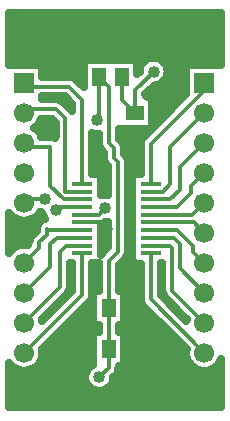
<source format=gtl>
G04 DipTrace 3.0.0.2*
G04 MSP4302311_20.gtl*
%MOIN*%
G04 #@! TF.FileFunction,Copper,L1,Top*
G04 #@! TF.Part,Single*
G04 #@! TA.AperFunction,Conductor*
%ADD14C,0.012992*%
G04 #@! TA.AperFunction,CopperBalancing*
%ADD15C,0.025*%
%ADD16R,0.051181X0.059055*%
%ADD17R,0.059055X0.051181*%
G04 #@! TA.AperFunction,ComponentPad*
%ADD18R,0.066929X0.066929*%
%ADD19C,0.066929*%
%ADD20R,0.070866X0.015748*%
G04 #@! TA.AperFunction,ViaPad*
%ADD21C,0.04*%
%FSLAX26Y26*%
G04*
G70*
G90*
G75*
G01*
G04 Top*
%LPD*%
X687749Y1206500D2*
D14*
Y1487751D1*
X644000Y1531500D1*
X506500D1*
X494000Y1544000D1*
X687749Y1180909D2*
X631500D1*
Y1425249D1*
X600249Y1456500D1*
X506500D1*
X494000Y1444000D1*
X687749Y1155319D2*
X626432D1*
X581500Y1200251D1*
Y1331500D1*
X506500D1*
X494000Y1344000D1*
X687749Y1052957D2*
X572543D1*
X569000Y1056500D1*
Y1037751D1*
X544000Y1012751D1*
Y994000D1*
X494000Y944000D1*
X687749Y1027366D2*
X602366D1*
X581500Y1006500D1*
Y931500D1*
X494000Y844000D1*
X687749Y1001776D2*
X633026D1*
X612751Y981500D1*
Y862751D1*
X494000Y744000D1*
X687749Y976185D2*
Y837749D1*
X494000Y644000D1*
X916096Y1206500D2*
Y1341096D1*
X1119000Y1544000D1*
X1094000D1*
X916096Y1180909D2*
X955909D1*
X981500Y1206500D1*
Y1331500D1*
X1094000Y1444000D1*
X916096Y1155319D2*
X980319D1*
X1012751Y1187751D1*
Y1262751D1*
X1094000Y1344000D1*
X916096Y1129728D2*
X1004728D1*
X1050249Y1175249D1*
Y1200249D1*
X1094000Y1244000D1*
X916096Y1104138D2*
X1054138D1*
X1094000Y1144000D1*
X916096Y1078547D2*
X1059453D1*
X1094000Y1044000D1*
X916096Y1052957D2*
X1003793D1*
X1056500Y1000249D1*
Y981500D1*
X1094000Y944000D1*
X916096Y1027366D2*
X991885D1*
X1012751Y1006500D1*
Y925249D1*
X1094000Y844000D1*
X916096Y1001776D2*
X979975D1*
X987751Y994000D1*
Y850249D1*
X1094000Y744000D1*
X916104Y976185D2*
Y821896D1*
X1094000Y644000D1*
X819000Y1562751D2*
Y1487554D1*
X862751Y1443803D1*
Y1519001D1*
X925249Y1581500D1*
X687749Y1129728D2*
X610978D1*
X600249Y1119000D1*
X775446Y794000D2*
Y950446D1*
X806500Y981500D1*
Y1281500D1*
X794000Y1294000D1*
Y1325249D1*
X775249Y1344000D1*
Y1531698D1*
X744197Y1562751D1*
X775446Y794000D2*
Y656696D1*
X775251Y656500D1*
X687749Y1104138D2*
X741639D1*
X762751Y1125249D1*
X775251Y656500D2*
Y594001D1*
X744000Y562751D1*
X744197Y1562751D2*
Y1425446D1*
X737751Y1419000D1*
X562751Y1156500D2*
X506500D1*
X494000Y1144000D1*
X850249Y794000D2*
X850054Y656500D1*
X862751Y1369000D2*
Y1231501D1*
X837749Y1206500D1*
Y806500D1*
X850249Y794000D1*
X687749Y1078547D2*
X746953D1*
X769000Y1056500D1*
X850054Y656500D2*
Y575446D1*
X856500Y569000D1*
X956500Y1456500D2*
Y1431500D1*
X906500Y1381500D1*
X875251D1*
X862751Y1369000D1*
D21*
X925249Y1581500D3*
X762751Y1125249D3*
X769000Y1056500D3*
X856500Y569000D3*
X744000Y562751D3*
X956500Y1456500D3*
X600249Y1119000D3*
X562751Y1156500D3*
X737751Y1419000D3*
X446500Y1750382D2*
D15*
X1147774D1*
X446500Y1725513D2*
X1147774D1*
X446500Y1700644D2*
X1147774D1*
X446500Y1675776D2*
X1147774D1*
X446500Y1650907D2*
X1147774D1*
X446500Y1626038D2*
X909396D1*
X941104D2*
X1147774D1*
X556485Y1601169D2*
X689620D1*
X969864D2*
X1031515D1*
X556485Y1576301D2*
X689620D1*
X973966D2*
X1031515D1*
X673233Y1551432D2*
X689637D1*
X963224D2*
X1031515D1*
X919474Y1526563D2*
X1031515D1*
X898233Y1501694D2*
X1027560D1*
X629093Y1476825D2*
X649532D1*
X921280D2*
X1002657D1*
X921280Y1451957D2*
X977804D1*
X921280Y1427088D2*
X952950D1*
X539493Y1402219D2*
X596017D1*
X546329Y1377350D2*
X596017D1*
X810733D2*
X903194D1*
X723233Y1352482D2*
X739728D1*
X815909D2*
X882638D1*
X723233Y1327613D2*
X744112D1*
X829386D2*
X880636D1*
X723233Y1302744D2*
X758517D1*
X834220D2*
X880636D1*
X723233Y1277875D2*
X762716D1*
X841983D2*
X880636D1*
X723233Y1253007D2*
X771017D1*
X841983D2*
X880636D1*
X752188Y1228138D2*
X771017D1*
X841983D2*
X851640D1*
X752188Y1203269D2*
X771017D1*
X841983D2*
X851640D1*
X752188Y1178400D2*
X771017D1*
X841983D2*
X851640D1*
X841983Y1153531D2*
X851640D1*
X841983Y1128663D2*
X851640D1*
X541007Y1103794D2*
X553824D1*
X841983D2*
X851640D1*
X446500Y1078925D2*
X542306D1*
X841983D2*
X851640D1*
X446500Y1054056D2*
X533517D1*
X752188D2*
X771017D1*
X841983D2*
X851640D1*
X446500Y1029188D2*
X512911D1*
X752188D2*
X771017D1*
X841983D2*
X851640D1*
X446500Y1004319D2*
X505196D1*
X752188D2*
X771017D1*
X841983D2*
X851640D1*
X841935Y979450D2*
X851634D1*
X828702Y954581D2*
X851681D1*
X723233Y929713D2*
X740000D1*
X810929D2*
X880636D1*
X723233Y904844D2*
X740000D1*
X810929D2*
X880636D1*
X723233Y879975D2*
X740000D1*
X810929D2*
X880636D1*
X723233Y855106D2*
X740000D1*
X810929D2*
X880636D1*
X830021Y830238D2*
X880636D1*
X704532Y805369D2*
X720870D1*
X830021D2*
X885079D1*
X679630Y780500D2*
X720870D1*
X830021D2*
X908370D1*
X654776Y755631D2*
X720870D1*
X830021D2*
X933224D1*
X629923Y730762D2*
X739962D1*
X810929D2*
X958077D1*
X605021Y705894D2*
X720675D1*
X829825D2*
X982979D1*
X580167Y681025D2*
X720675D1*
X829825D2*
X1007833D1*
X555313Y656156D2*
X720675D1*
X829825D2*
X1032687D1*
X555118Y631287D2*
X720675D1*
X829825D2*
X1032882D1*
X543204Y606419D2*
X720675D1*
X829825D2*
X1044796D1*
X446500Y581550D2*
X698946D1*
X808292D2*
X1147774D1*
X446500Y556681D2*
X695382D1*
X792618D2*
X1147774D1*
X446500Y531812D2*
X706808D1*
X781192D2*
X1147774D1*
X446500Y506944D2*
X1147774D1*
X446500Y482075D2*
X1147774D1*
X735660Y712528D2*
X742447D1*
X742450Y737994D1*
X723356Y737972D1*
Y850028D1*
X742447D1*
X742450Y941803D1*
X720728Y941811D1*
X720644Y835160D1*
X719131Y827553D1*
X715883Y820509D1*
X711081Y814418D1*
X710836Y814191D1*
X552707Y656044D1*
X553780Y648705D1*
Y639295D1*
X552308Y630002D1*
X549400Y621053D1*
X545128Y612669D1*
X539597Y605056D1*
X532944Y598403D1*
X525331Y592872D1*
X516947Y588600D1*
X507998Y585692D1*
X498705Y584220D1*
X489295D1*
X480002Y585692D1*
X471053Y588600D1*
X462669Y592872D1*
X455056Y598403D1*
X448403Y605056D1*
X443986Y611002D1*
X444000Y462749D1*
X1150251D1*
Y623247D1*
X1147429Y616777D1*
X1142512Y608754D1*
X1136401Y601599D1*
X1129246Y595488D1*
X1121223Y590571D1*
X1112530Y586970D1*
X1103381Y584774D1*
X1094000Y584035D1*
X1084619Y584774D1*
X1075470Y586970D1*
X1066777Y590571D1*
X1058754Y595488D1*
X1051599Y601599D1*
X1045488Y608754D1*
X1040571Y616777D1*
X1036970Y625470D1*
X1034774Y634619D1*
X1034035Y644000D1*
X1034774Y653381D1*
X1035308Y656068D1*
X891013Y800467D1*
X886704Y806916D1*
X884019Y814194D1*
X883108Y821896D1*
X883121Y822230D1*
X883108Y941769D1*
X854171Y941811D1*
X854212Y1164102D1*
X854163Y1240874D1*
X883118D1*
X883201Y1343685D1*
X884715Y1351292D1*
X887962Y1358336D1*
X892764Y1364428D1*
X893009Y1364654D1*
X1034013Y1505676D1*
X1034036Y1603964D1*
X1150279D1*
X1150251Y1775251D1*
X444000D1*
Y1604010D1*
X553965Y1603965D1*
Y1564463D1*
X646589Y1564394D1*
X654196Y1562881D1*
X661240Y1559634D1*
X667332Y1554832D1*
X667558Y1554587D1*
X692087Y1530076D1*
X692106Y1618778D1*
X871091D1*
Y1574003D1*
X878745Y1581659D1*
X879322Y1588774D1*
X881025Y1595869D1*
X883818Y1602611D1*
X887630Y1608832D1*
X892369Y1614380D1*
X897917Y1619119D1*
X904139Y1622932D1*
X910880Y1625724D1*
X917975Y1627428D1*
X925249Y1628000D1*
X932524Y1627428D1*
X939619Y1625724D1*
X946360Y1622932D1*
X952581Y1619119D1*
X958130Y1614380D1*
X962869Y1608832D1*
X966681Y1602611D1*
X969473Y1595869D1*
X971177Y1588774D1*
X971749Y1581500D1*
X971177Y1574226D1*
X969473Y1567131D1*
X966681Y1560389D1*
X962869Y1554168D1*
X958130Y1548620D1*
X952581Y1543881D1*
X946360Y1540068D1*
X939619Y1537276D1*
X932524Y1535572D1*
X925406Y1535006D1*
X895721Y1505308D1*
X906723Y1495894D1*
X918778D1*
Y1391713D1*
X808277D1*
X808246Y1357626D1*
X819091Y1346679D1*
X823400Y1340229D1*
X826085Y1332952D1*
X826996Y1325249D1*
X826983Y1324916D1*
X826996Y1307622D1*
X833194Y1300895D1*
X836984Y1294127D1*
X839090Y1286662D1*
X839496Y1281500D1*
X839394Y978911D1*
X837881Y971304D1*
X834634Y964260D1*
X829832Y958168D1*
X829587Y957941D1*
X808460Y936796D1*
X808442Y850007D1*
X827537Y850028D1*
Y737972D1*
X808445D1*
X808442Y712506D1*
X827341Y712528D1*
Y600472D1*
X808249D1*
X807841Y588840D1*
X805735Y581374D1*
X801945Y574607D1*
X798582Y570670D1*
X790469Y562556D1*
X789928Y555476D1*
X788224Y548381D1*
X785432Y541640D1*
X781619Y535419D1*
X776880Y529870D1*
X771332Y525131D1*
X765111Y521319D1*
X758369Y518527D1*
X751274Y516823D1*
X744000Y516251D1*
X736726Y516823D1*
X729631Y518527D1*
X722889Y521319D1*
X716668Y525131D1*
X711120Y529870D1*
X706381Y535419D1*
X702568Y541640D1*
X699776Y548381D1*
X698072Y555476D1*
X697500Y562751D1*
X698072Y570025D1*
X699776Y577120D1*
X702568Y583861D1*
X706381Y590083D1*
X711120Y595631D1*
X716668Y600370D1*
X723161Y604308D1*
X723160Y712528D1*
X735660D1*
X553965Y1498545D2*
Y1489462D1*
X602838Y1489394D1*
X610446Y1487881D1*
X617490Y1484634D1*
X623581Y1479832D1*
X623808Y1479587D1*
X654776Y1448637D1*
X654753Y1474127D1*
X630340Y1498497D1*
X554010Y1498504D1*
X550310Y1423520D2*
X547429Y1416777D1*
X542512Y1408754D1*
X536401Y1401599D1*
X529246Y1395488D1*
X527059Y1394026D1*
X532944Y1389597D1*
X539597Y1382944D1*
X545128Y1375331D1*
X549400Y1366947D1*
X550310Y1364480D1*
X584089Y1364394D1*
X591696Y1362881D1*
X596824Y1360707D1*
X598504Y1368409D1*
Y1411622D1*
X586589Y1423497D1*
X550396Y1423504D1*
X545497Y1113327D2*
X539597Y1105056D1*
X532944Y1098403D1*
X525331Y1092872D1*
X516947Y1088600D1*
X507998Y1085692D1*
X498705Y1084220D1*
X489295D1*
X480002Y1085692D1*
X471053Y1088600D1*
X462669Y1092872D1*
X455056Y1098403D1*
X448403Y1105056D1*
X443986Y1111002D1*
X444000Y977057D1*
X448403Y982944D1*
X455056Y989597D1*
X462669Y995128D1*
X471053Y999400D1*
X480002Y1002308D1*
X489295Y1003780D1*
X498705D1*
X506068Y1002692D1*
X511004Y1012751D1*
X511916Y1020453D1*
X514600Y1027731D1*
X518910Y1034180D1*
X536033Y1051447D1*
X536410Y1061662D1*
X538516Y1069127D1*
X542306Y1075895D1*
X547571Y1081590D1*
X554020Y1085900D1*
X561297Y1088584D1*
X564230Y1089136D1*
X558818Y1097889D1*
X556025Y1104631D1*
X554519Y1110733D1*
X548381Y1112276D1*
X545531Y1113327D1*
X552699Y756032D2*
X553596Y750257D1*
X654799Y851463D1*
X644835Y855048D1*
X642150Y847771D1*
X637841Y841321D1*
X552770Y756106D1*
X1034404Y750257D2*
X1035308Y756068D1*
X1027824Y756840D1*
X1034349Y750314D1*
X1026474Y764862D1*
X962660Y828820D1*
X958351Y835269D1*
X955666Y842547D1*
X954755Y850249D1*
X954768Y850583D1*
X954755Y941802D1*
X949082Y941811D1*
X949100Y835511D1*
X957266Y837622D1*
X955161Y845088D1*
X954755Y850249D1*
X949068Y835595D1*
X1027824Y756840D1*
X773508Y1080015D2*
X766399Y1078893D1*
X762708Y1078751D1*
X756619Y1074738D1*
X751456Y1072650D1*
X749634Y1069764D1*
X754266Y1073653D1*
X749683Y1072145D1*
Y971038D1*
X760953Y982617D1*
X773486Y995150D1*
X773504Y1079986D1*
X761034Y1077443D1*
X754266Y1073653D1*
X749683Y1061740D1*
Y971057D1*
X752114Y973778D1*
X749638Y1215283D2*
X749685Y1169841D1*
X755476Y1171177D1*
X762751Y1171749D1*
X770025Y1171177D1*
X773508Y1170484D1*
X773504Y1267877D1*
X767306Y1274605D1*
X763516Y1281373D1*
X761410Y1288838D1*
X761004Y1294000D1*
Y1311627D1*
X750159Y1322571D1*
X745850Y1329020D1*
X743165Y1336297D1*
X742253Y1344000D1*
X742266Y1344334D1*
X742253Y1372760D1*
X734102Y1372643D1*
X726895Y1373785D1*
X720745Y1375748D1*
Y1240827D1*
X749683Y1240874D1*
Y1177193D1*
X654810Y941811D2*
X645728D1*
X654753Y937749D1*
Y941802D1*
X645747Y931500D1*
X645645Y860162D1*
X644132Y852554D1*
X640884Y845510D1*
X636082Y839419D1*
X654753Y851372D1*
Y937749D1*
D16*
X850054Y656500D3*
X775251D3*
X850249Y794000D3*
X775446D3*
D17*
X862751Y1369000D3*
Y1443803D3*
D18*
X494000Y1544000D3*
D19*
Y1444000D3*
Y1344000D3*
Y1244000D3*
Y1144000D3*
Y1044000D3*
Y944000D3*
Y844000D3*
Y744000D3*
Y644000D3*
D18*
X1094000Y1544000D3*
D19*
Y1444000D3*
Y1344000D3*
Y1244000D3*
Y1144000D3*
Y1044000D3*
Y944000D3*
Y844000D3*
Y744000D3*
Y644000D3*
D16*
X819000Y1562751D3*
X744197D3*
D20*
X687749Y1206500D3*
Y1180909D3*
Y1155319D3*
Y1129728D3*
Y1104138D3*
Y1078547D3*
Y1052957D3*
Y1027366D3*
Y1001776D3*
Y976185D3*
X916104D3*
X916096Y1001776D3*
Y1027366D3*
Y1052957D3*
Y1078547D3*
Y1104138D3*
Y1129728D3*
Y1155319D3*
Y1180909D3*
Y1206500D3*
M02*

</source>
